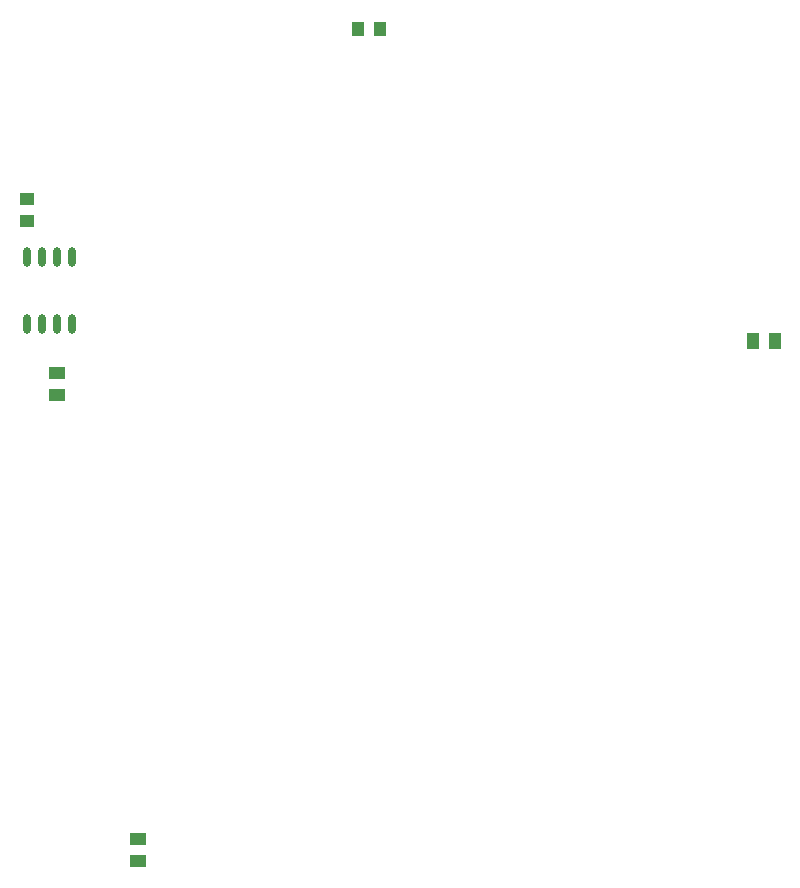
<source format=gtp>
G04*
G04 #@! TF.GenerationSoftware,Altium Limited,Altium Designer,19.1.8 (144)*
G04*
G04 Layer_Color=8421504*
%FSLAX25Y25*%
%MOIN*%
G70*
G01*
G75*
%ADD14R,0.05118X0.04134*%
%ADD15O,0.02559X0.06496*%
%ADD16R,0.05512X0.04134*%
%ADD17R,0.04134X0.05118*%
%ADD18R,0.04134X0.05512*%
D14*
X47016Y261124D02*
D03*
Y253841D02*
D03*
D15*
X62016Y241657D02*
D03*
X57016D02*
D03*
X52016D02*
D03*
X47016D02*
D03*
X62016Y219413D02*
D03*
X57016D02*
D03*
X52016D02*
D03*
X47016D02*
D03*
D16*
X57016Y195858D02*
D03*
Y203142D02*
D03*
X84118Y47839D02*
D03*
Y40555D02*
D03*
D17*
X157558Y317841D02*
D03*
X164842D02*
D03*
D18*
X289138Y213784D02*
D03*
X296421D02*
D03*
M02*

</source>
